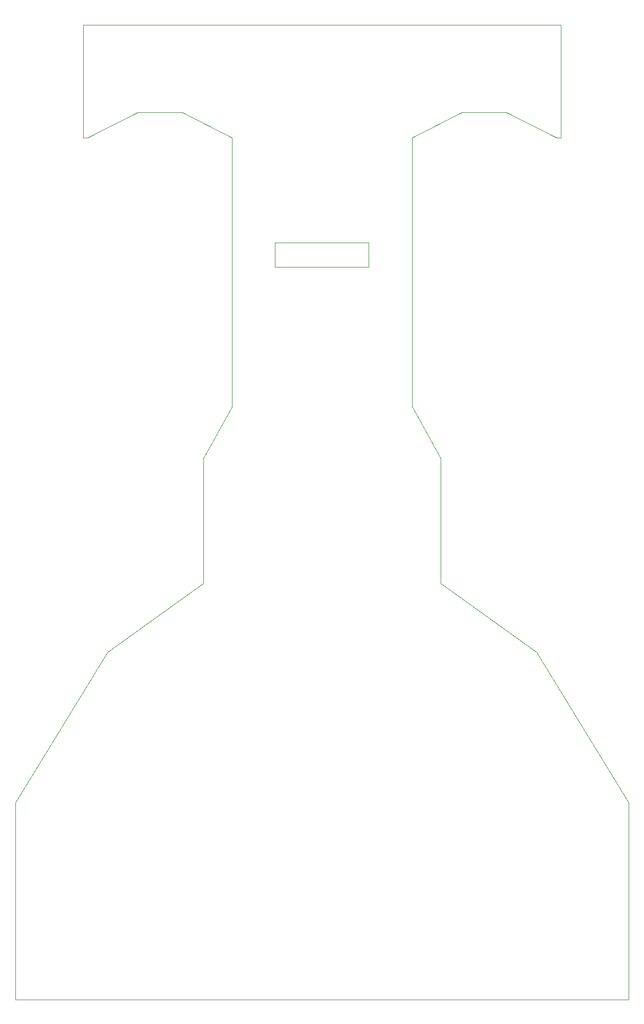
<source format=gbr>
%TF.GenerationSoftware,KiCad,Pcbnew,8.0.6*%
%TF.CreationDate,2025-03-17T11:55:34+08:00*%
%TF.ProjectId,uyLy_LFChassis,75794c79-5f4c-4464-9368-61737369732e,rev?*%
%TF.SameCoordinates,Original*%
%TF.FileFunction,Profile,NP*%
%FSLAX46Y46*%
G04 Gerber Fmt 4.6, Leading zero omitted, Abs format (unit mm)*
G04 Created by KiCad (PCBNEW 8.0.6) date 2025-03-17 11:55:34*
%MOMM*%
%LPD*%
G01*
G04 APERTURE LIST*
%TA.AperFunction,Profile*%
%ADD10C,0.050000*%
%TD*%
G04 APERTURE END LIST*
D10*
X334850000Y-127450000D02*
X258550000Y-127400000D01*
X334850000Y-145450000D02*
X334850000Y-128450000D01*
X315700000Y-216700000D02*
X330950000Y-227700000D01*
X289180000Y-162270000D02*
X304180000Y-162270000D01*
X304180000Y-166150000D01*
X289180000Y-166150000D01*
X289180000Y-162270000D01*
X282300000Y-188450000D02*
X282310000Y-145450000D01*
X274310000Y-141450000D02*
X282310000Y-145450000D01*
X277700000Y-196700000D02*
X277700000Y-216700000D01*
X315700000Y-196700000D02*
X311100000Y-188440000D01*
X334850000Y-128450000D02*
X334850000Y-128050000D01*
X258550000Y-145450000D02*
X258550000Y-127400000D01*
X326200000Y-141450000D02*
X334200000Y-145450000D01*
X247700000Y-251700000D02*
X262450000Y-227700000D01*
X334850000Y-128050000D02*
X334850000Y-127450000D01*
X277700000Y-216700000D02*
X262450000Y-227700000D01*
X247700000Y-251700000D02*
X247700000Y-283200000D01*
X345700000Y-251700000D02*
X330950000Y-227700000D01*
X334200000Y-145450000D02*
X334850000Y-145450000D01*
X277700000Y-196700000D02*
X282300000Y-188450000D01*
X311090000Y-145450000D02*
X311100000Y-188440000D01*
X259200000Y-145450000D02*
X258550000Y-145450000D01*
X315700000Y-196700000D02*
X315700000Y-216700000D01*
X311090000Y-145450000D02*
X319090000Y-141450000D01*
X345700000Y-283200000D02*
X247700000Y-283200000D01*
X259200000Y-145450000D02*
X267200000Y-141450000D01*
X267200000Y-141450000D02*
X274310000Y-141450000D01*
X319090000Y-141450000D02*
X326200000Y-141450000D01*
X345700000Y-283200000D02*
X345700000Y-251700000D01*
M02*

</source>
